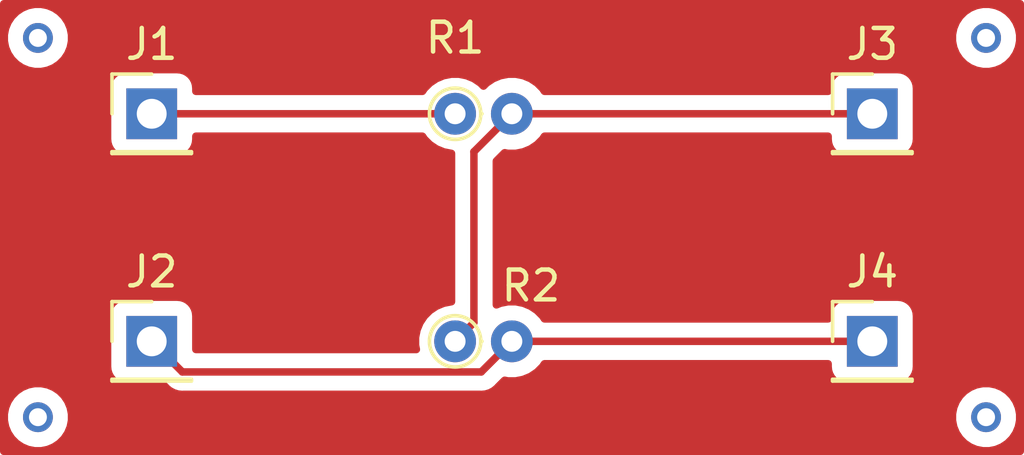
<source format=kicad_pcb>
(kicad_pcb (version 20171130) (host pcbnew 5.1.6+dfsg1-1)

  (general
    (thickness 1.6)
    (drawings 3)
    (tracks 13)
    (zones 0)
    (modules 6)
    (nets 4)
  )

  (page A4)
  (layers
    (0 F.Cu signal)
    (31 B.Cu signal)
    (32 B.Adhes user)
    (33 F.Adhes user)
    (34 B.Paste user)
    (35 F.Paste user)
    (36 B.SilkS user)
    (37 F.SilkS user)
    (38 B.Mask user)
    (39 F.Mask user)
    (40 Dwgs.User user hide)
    (41 Cmts.User user)
    (42 Eco1.User user)
    (43 Eco2.User user)
    (44 Edge.Cuts user)
    (45 Margin user)
    (46 B.CrtYd user)
    (47 F.CrtYd user)
    (48 B.Fab user)
    (49 F.Fab user)
  )

  (setup
    (last_trace_width 0.25)
    (trace_clearance 0.2)
    (zone_clearance 0.5)
    (zone_45_only no)
    (trace_min 0.2)
    (via_size 0.8)
    (via_drill 0.4)
    (via_min_size 0.4)
    (via_min_drill 0.3)
    (uvia_size 0.3)
    (uvia_drill 0.1)
    (uvias_allowed no)
    (uvia_min_size 0.2)
    (uvia_min_drill 0.1)
    (edge_width 0.05)
    (segment_width 0.2)
    (pcb_text_width 0.3)
    (pcb_text_size 1.5 1.5)
    (mod_edge_width 0.12)
    (mod_text_size 1 1)
    (mod_text_width 0.15)
    (pad_size 1.7 1.7)
    (pad_drill 1)
    (pad_to_mask_clearance 0.05)
    (aux_axis_origin 0 0)
    (visible_elements FFFFFFFF)
    (pcbplotparams
      (layerselection 0x010fc_ffffffff)
      (usegerberextensions true)
      (usegerberattributes true)
      (usegerberadvancedattributes true)
      (creategerberjobfile true)
      (excludeedgelayer true)
      (linewidth 0.100000)
      (plotframeref false)
      (viasonmask false)
      (mode 1)
      (useauxorigin false)
      (hpglpennumber 1)
      (hpglpenspeed 20)
      (hpglpendiameter 15.000000)
      (psnegative false)
      (psa4output false)
      (plotreference true)
      (plotvalue true)
      (plotinvisibletext false)
      (padsonsilk false)
      (subtractmaskfromsilk false)
      (outputformat 1)
      (mirror false)
      (drillshape 0)
      (scaleselection 1)
      (outputdirectory "/home/jack/kicad/project/lampblack-alert/gerber"))
  )

  (net 0 "")
  (net 1 "Net-(J1-Pad1)")
  (net 2 "Net-(J2-Pad1)")
  (net 3 "Net-(J3-Pad1)")

  (net_class Default "This is the default net class."
    (clearance 0.2)
    (trace_width 0.25)
    (via_dia 0.8)
    (via_drill 0.4)
    (uvia_dia 0.3)
    (uvia_drill 0.1)
    (add_net "Net-(J1-Pad1)")
    (add_net "Net-(J2-Pad1)")
    (add_net "Net-(J3-Pad1)")
  )

  (module Resistors_ThroughHole:R_Axial_DIN0204_L3.6mm_D1.6mm_P1.90mm_Vertical (layer F.Cu) (tedit 5874F706) (tstamp 611E3845)
    (at 123.19 58.42)
    (descr "Resistor, Axial_DIN0204 series, Axial, Vertical, pin pitch=1.9mm, 0.16666666666666666W = 1/6W, length*diameter=3.6*1.6mm^2, http://cdn-reichelt.de/documents/datenblatt/B400/1_4W%23YAG.pdf")
    (tags "Resistor Axial_DIN0204 series Axial Vertical pin pitch 1.9mm 0.16666666666666666W = 1/6W length 3.6mm diameter 1.6mm")
    (path /611D2D7F)
    (fp_text reference R2 (at 2.54 -1.86) (layer F.SilkS)
      (effects (font (size 1 1) (thickness 0.15)))
    )
    (fp_text value 20k (at 1.27 2.54) (layer F.Fab)
      (effects (font (size 1 1) (thickness 0.15)))
    )
    (fp_circle (center 0 0) (end 0.8 0) (layer F.Fab) (width 0.1))
    (fp_circle (center 0 0) (end 0.86 0) (layer F.SilkS) (width 0.12))
    (fp_line (start 0 0) (end 1.9 0) (layer F.Fab) (width 0.1))
    (fp_line (start 0.86 0) (end 0.9 0) (layer F.SilkS) (width 0.12))
    (fp_line (start -1.15 -1.15) (end -1.15 1.15) (layer F.CrtYd) (width 0.05))
    (fp_line (start -1.15 1.15) (end 2.95 1.15) (layer F.CrtYd) (width 0.05))
    (fp_line (start 2.95 1.15) (end 2.95 -1.15) (layer F.CrtYd) (width 0.05))
    (fp_line (start 2.95 -1.15) (end -1.15 -1.15) (layer F.CrtYd) (width 0.05))
    (pad 2 thru_hole oval (at 1.9 0) (size 1.4 1.4) (drill 0.7) (layers *.Cu *.Mask)
      (net 2 "Net-(J2-Pad1)"))
    (pad 1 thru_hole circle (at 0 0) (size 1.4 1.4) (drill 0.7) (layers *.Cu *.Mask)
      (net 3 "Net-(J3-Pad1)"))
    (model ${KISYS3DMOD}/Resistors_THT.3dshapes/R_Axial_DIN0204_L3.6mm_D1.6mm_P1.90mm_Vertical.wrl
      (at (xyz 0 0 0))
      (scale (xyz 0.393701 0.393701 0.393701))
      (rotate (xyz 0 0 0))
    )
  )

  (module Resistors_ThroughHole:R_Axial_DIN0204_L3.6mm_D1.6mm_P1.90mm_Vertical (layer F.Cu) (tedit 5874F706) (tstamp 611E3837)
    (at 123.19 50.8)
    (descr "Resistor, Axial_DIN0204 series, Axial, Vertical, pin pitch=1.9mm, 0.16666666666666666W = 1/6W, length*diameter=3.6*1.6mm^2, http://cdn-reichelt.de/documents/datenblatt/B400/1_4W%23YAG.pdf")
    (tags "Resistor Axial_DIN0204 series Axial Vertical pin pitch 1.9mm 0.16666666666666666W = 1/6W length 3.6mm diameter 1.6mm")
    (path /611D2A87)
    (fp_text reference R1 (at 0 -2.54) (layer F.SilkS)
      (effects (font (size 1 1) (thickness 0.15)))
    )
    (fp_text value 10k (at 2.54 -2.54) (layer F.Fab)
      (effects (font (size 1 1) (thickness 0.15)))
    )
    (fp_circle (center 0 0) (end 0.8 0) (layer F.Fab) (width 0.1))
    (fp_circle (center 0 0) (end 0.86 0) (layer F.SilkS) (width 0.12))
    (fp_line (start 0 0) (end 1.9 0) (layer F.Fab) (width 0.1))
    (fp_line (start 0.86 0) (end 0.9 0) (layer F.SilkS) (width 0.12))
    (fp_line (start -1.15 -1.15) (end -1.15 1.15) (layer F.CrtYd) (width 0.05))
    (fp_line (start -1.15 1.15) (end 2.95 1.15) (layer F.CrtYd) (width 0.05))
    (fp_line (start 2.95 1.15) (end 2.95 -1.15) (layer F.CrtYd) (width 0.05))
    (fp_line (start 2.95 -1.15) (end -1.15 -1.15) (layer F.CrtYd) (width 0.05))
    (pad 2 thru_hole oval (at 1.9 0) (size 1.4 1.4) (drill 0.7) (layers *.Cu *.Mask)
      (net 3 "Net-(J3-Pad1)"))
    (pad 1 thru_hole circle (at 0 0) (size 1.4 1.4) (drill 0.7) (layers *.Cu *.Mask)
      (net 1 "Net-(J1-Pad1)"))
    (model ${KISYS3DMOD}/Resistors_THT.3dshapes/R_Axial_DIN0204_L3.6mm_D1.6mm_P1.90mm_Vertical.wrl
      (at (xyz 0 0 0))
      (scale (xyz 0.393701 0.393701 0.393701))
      (rotate (xyz 0 0 0))
    )
  )

  (module Connector_PinHeader_2.54mm:PinHeader_1x01_P2.54mm_Vertical (layer F.Cu) (tedit 59FED5CC) (tstamp 611E3829)
    (at 137.16 58.42)
    (descr "Through hole straight pin header, 1x01, 2.54mm pitch, single row")
    (tags "Through hole pin header THT 1x01 2.54mm single row")
    (path /6124BCBE)
    (fp_text reference J4 (at 0 -2.33) (layer F.SilkS)
      (effects (font (size 1 1) (thickness 0.15)))
    )
    (fp_text value GND (at 0 2.33) (layer F.Fab)
      (effects (font (size 1 1) (thickness 0.15)))
    )
    (fp_line (start 1.8 -1.8) (end -1.8 -1.8) (layer F.CrtYd) (width 0.05))
    (fp_line (start 1.8 1.8) (end 1.8 -1.8) (layer F.CrtYd) (width 0.05))
    (fp_line (start -1.8 1.8) (end 1.8 1.8) (layer F.CrtYd) (width 0.05))
    (fp_line (start -1.8 -1.8) (end -1.8 1.8) (layer F.CrtYd) (width 0.05))
    (fp_line (start -1.33 -1.33) (end 0 -1.33) (layer F.SilkS) (width 0.12))
    (fp_line (start -1.33 0) (end -1.33 -1.33) (layer F.SilkS) (width 0.12))
    (fp_line (start -1.33 1.27) (end 1.33 1.27) (layer F.SilkS) (width 0.12))
    (fp_line (start 1.33 1.27) (end 1.33 1.33) (layer F.SilkS) (width 0.12))
    (fp_line (start -1.33 1.27) (end -1.33 1.33) (layer F.SilkS) (width 0.12))
    (fp_line (start -1.33 1.33) (end 1.33 1.33) (layer F.SilkS) (width 0.12))
    (fp_line (start -1.27 -0.635) (end -0.635 -1.27) (layer F.Fab) (width 0.1))
    (fp_line (start -1.27 1.27) (end -1.27 -0.635) (layer F.Fab) (width 0.1))
    (fp_line (start 1.27 1.27) (end -1.27 1.27) (layer F.Fab) (width 0.1))
    (fp_line (start 1.27 -1.27) (end 1.27 1.27) (layer F.Fab) (width 0.1))
    (fp_line (start -0.635 -1.27) (end 1.27 -1.27) (layer F.Fab) (width 0.1))
    (fp_text user %R (at 0 0 90) (layer F.Fab)
      (effects (font (size 1 1) (thickness 0.15)))
    )
    (pad 1 thru_hole rect (at 0 0) (size 1.7 1.7) (drill 1) (layers *.Cu *.Mask)
      (net 2 "Net-(J2-Pad1)"))
    (model ${KICAD6_3DMODEL_DIR}/Connector_PinHeader_2.54mm.3dshapes/PinHeader_1x01_P2.54mm_Vertical.wrl
      (at (xyz 0 0 0))
      (scale (xyz 1 1 1))
      (rotate (xyz 0 0 0))
    )
  )

  (module Connector_PinHeader_2.54mm:PinHeader_1x01_P2.54mm_Vertical (layer F.Cu) (tedit 59FED5CC) (tstamp 611E3814)
    (at 137.16 50.8)
    (descr "Through hole straight pin header, 1x01, 2.54mm pitch, single row")
    (tags "Through hole pin header THT 1x01 2.54mm single row")
    (path /61234C32)
    (fp_text reference J3 (at 0 -2.33) (layer F.SilkS)
      (effects (font (size 1 1) (thickness 0.15)))
    )
    (fp_text value 0-3VADC (at 0 2.33) (layer F.Fab)
      (effects (font (size 1 1) (thickness 0.15)))
    )
    (fp_line (start -0.635 -1.27) (end 1.27 -1.27) (layer F.Fab) (width 0.1))
    (fp_line (start 1.27 -1.27) (end 1.27 1.27) (layer F.Fab) (width 0.1))
    (fp_line (start 1.27 1.27) (end -1.27 1.27) (layer F.Fab) (width 0.1))
    (fp_line (start -1.27 1.27) (end -1.27 -0.635) (layer F.Fab) (width 0.1))
    (fp_line (start -1.27 -0.635) (end -0.635 -1.27) (layer F.Fab) (width 0.1))
    (fp_line (start -1.33 1.33) (end 1.33 1.33) (layer F.SilkS) (width 0.12))
    (fp_line (start -1.33 1.27) (end -1.33 1.33) (layer F.SilkS) (width 0.12))
    (fp_line (start 1.33 1.27) (end 1.33 1.33) (layer F.SilkS) (width 0.12))
    (fp_line (start -1.33 1.27) (end 1.33 1.27) (layer F.SilkS) (width 0.12))
    (fp_line (start -1.33 0) (end -1.33 -1.33) (layer F.SilkS) (width 0.12))
    (fp_line (start -1.33 -1.33) (end 0 -1.33) (layer F.SilkS) (width 0.12))
    (fp_line (start -1.8 -1.8) (end -1.8 1.8) (layer F.CrtYd) (width 0.05))
    (fp_line (start -1.8 1.8) (end 1.8 1.8) (layer F.CrtYd) (width 0.05))
    (fp_line (start 1.8 1.8) (end 1.8 -1.8) (layer F.CrtYd) (width 0.05))
    (fp_line (start 1.8 -1.8) (end -1.8 -1.8) (layer F.CrtYd) (width 0.05))
    (fp_text user %R (at 0 0 90) (layer F.Fab)
      (effects (font (size 1 1) (thickness 0.15)))
    )
    (pad 1 thru_hole rect (at 0 0) (size 1.7 1.7) (drill 1) (layers *.Cu *.Mask)
      (net 3 "Net-(J3-Pad1)"))
    (model ${KICAD6_3DMODEL_DIR}/Connector_PinHeader_2.54mm.3dshapes/PinHeader_1x01_P2.54mm_Vertical.wrl
      (at (xyz 0 0 0))
      (scale (xyz 1 1 1))
      (rotate (xyz 0 0 0))
    )
  )

  (module Connector_PinHeader_2.54mm:PinHeader_1x01_P2.54mm_Vertical (layer F.Cu) (tedit 59FED5CC) (tstamp 611E37FF)
    (at 113.03 58.42)
    (descr "Through hole straight pin header, 1x01, 2.54mm pitch, single row")
    (tags "Through hole pin header THT 1x01 2.54mm single row")
    (path /61217DF3)
    (fp_text reference J2 (at 0 -2.33) (layer F.SilkS)
      (effects (font (size 1 1) (thickness 0.15)))
    )
    (fp_text value GND (at 0 2.33) (layer F.Fab)
      (effects (font (size 1 1) (thickness 0.15)))
    )
    (fp_line (start -0.635 -1.27) (end 1.27 -1.27) (layer F.Fab) (width 0.1))
    (fp_line (start 1.27 -1.27) (end 1.27 1.27) (layer F.Fab) (width 0.1))
    (fp_line (start 1.27 1.27) (end -1.27 1.27) (layer F.Fab) (width 0.1))
    (fp_line (start -1.27 1.27) (end -1.27 -0.635) (layer F.Fab) (width 0.1))
    (fp_line (start -1.27 -0.635) (end -0.635 -1.27) (layer F.Fab) (width 0.1))
    (fp_line (start -1.33 1.33) (end 1.33 1.33) (layer F.SilkS) (width 0.12))
    (fp_line (start -1.33 1.27) (end -1.33 1.33) (layer F.SilkS) (width 0.12))
    (fp_line (start 1.33 1.27) (end 1.33 1.33) (layer F.SilkS) (width 0.12))
    (fp_line (start -1.33 1.27) (end 1.33 1.27) (layer F.SilkS) (width 0.12))
    (fp_line (start -1.33 0) (end -1.33 -1.33) (layer F.SilkS) (width 0.12))
    (fp_line (start -1.33 -1.33) (end 0 -1.33) (layer F.SilkS) (width 0.12))
    (fp_line (start -1.8 -1.8) (end -1.8 1.8) (layer F.CrtYd) (width 0.05))
    (fp_line (start -1.8 1.8) (end 1.8 1.8) (layer F.CrtYd) (width 0.05))
    (fp_line (start 1.8 1.8) (end 1.8 -1.8) (layer F.CrtYd) (width 0.05))
    (fp_line (start 1.8 -1.8) (end -1.8 -1.8) (layer F.CrtYd) (width 0.05))
    (fp_text user %R (at 0 0 90) (layer F.Fab)
      (effects (font (size 1 1) (thickness 0.15)))
    )
    (pad 1 thru_hole rect (at 0 0) (size 1.7 1.7) (drill 1) (layers *.Cu *.Mask)
      (net 2 "Net-(J2-Pad1)"))
    (model ${KICAD6_3DMODEL_DIR}/Connector_PinHeader_2.54mm.3dshapes/PinHeader_1x01_P2.54mm_Vertical.wrl
      (at (xyz 0 0 0))
      (scale (xyz 1 1 1))
      (rotate (xyz 0 0 0))
    )
  )

  (module Connector_PinHeader_2.54mm:PinHeader_1x01_P2.54mm_Vertical (layer F.Cu) (tedit 59FED5CC) (tstamp 611E37EA)
    (at 113.03 50.8)
    (descr "Through hole straight pin header, 1x01, 2.54mm pitch, single row")
    (tags "Through hole pin header THT 1x01 2.54mm single row")
    (path /612158B1)
    (fp_text reference J1 (at 0 -2.33) (layer F.SilkS)
      (effects (font (size 1 1) (thickness 0.15)))
    )
    (fp_text value 0-5VADC (at 0 2.33) (layer F.Fab)
      (effects (font (size 1 1) (thickness 0.15)))
    )
    (fp_line (start -0.635 -1.27) (end 1.27 -1.27) (layer F.Fab) (width 0.1))
    (fp_line (start 1.27 -1.27) (end 1.27 1.27) (layer F.Fab) (width 0.1))
    (fp_line (start 1.27 1.27) (end -1.27 1.27) (layer F.Fab) (width 0.1))
    (fp_line (start -1.27 1.27) (end -1.27 -0.635) (layer F.Fab) (width 0.1))
    (fp_line (start -1.27 -0.635) (end -0.635 -1.27) (layer F.Fab) (width 0.1))
    (fp_line (start -1.33 1.33) (end 1.33 1.33) (layer F.SilkS) (width 0.12))
    (fp_line (start -1.33 1.27) (end -1.33 1.33) (layer F.SilkS) (width 0.12))
    (fp_line (start 1.33 1.27) (end 1.33 1.33) (layer F.SilkS) (width 0.12))
    (fp_line (start -1.33 1.27) (end 1.33 1.27) (layer F.SilkS) (width 0.12))
    (fp_line (start -1.33 0) (end -1.33 -1.33) (layer F.SilkS) (width 0.12))
    (fp_line (start -1.33 -1.33) (end 0 -1.33) (layer F.SilkS) (width 0.12))
    (fp_line (start -1.8 -1.8) (end -1.8 1.8) (layer F.CrtYd) (width 0.05))
    (fp_line (start -1.8 1.8) (end 1.8 1.8) (layer F.CrtYd) (width 0.05))
    (fp_line (start 1.8 1.8) (end 1.8 -1.8) (layer F.CrtYd) (width 0.05))
    (fp_line (start 1.8 -1.8) (end -1.8 -1.8) (layer F.CrtYd) (width 0.05))
    (fp_text user %R (at 0 0 90) (layer F.Fab)
      (effects (font (size 1 1) (thickness 0.15)))
    )
    (pad 1 thru_hole rect (at 0 0) (size 1.7 1.7) (drill 1) (layers *.Cu *.Mask)
      (net 1 "Net-(J1-Pad1)"))
    (model ${KICAD6_3DMODEL_DIR}/Connector_PinHeader_2.54mm.3dshapes/PinHeader_1x01_P2.54mm_Vertical.wrl
      (at (xyz 0 0 0))
      (scale (xyz 1 1 1))
      (rotate (xyz 0 0 0))
    )
  )

  (dimension 15.24 (width 0.15) (layer Dwgs.User)
    (gr_text "15.240 mm" (at 102.84 54.61 270) (layer Dwgs.User)
      (effects (font (size 1 1) (thickness 0.15)))
    )
    (feature1 (pts (xy 107.95 62.23) (xy 103.553579 62.23)))
    (feature2 (pts (xy 107.95 46.99) (xy 103.553579 46.99)))
    (crossbar (pts (xy 104.14 46.99) (xy 104.14 62.23)))
    (arrow1a (pts (xy 104.14 62.23) (xy 103.553579 61.103496)))
    (arrow1b (pts (xy 104.14 62.23) (xy 104.726421 61.103496)))
    (arrow2a (pts (xy 104.14 46.99) (xy 103.553579 48.116504)))
    (arrow2b (pts (xy 104.14 46.99) (xy 104.726421 48.116504)))
  )
  (dimension 34.29 (width 0.15) (layer Dwgs.User)
    (gr_text "34.290 mm" (at 125.095 39.34) (layer Dwgs.User)
      (effects (font (size 1 1) (thickness 0.15)))
    )
    (feature1 (pts (xy 142.24 46.99) (xy 142.24 40.053579)))
    (feature2 (pts (xy 107.95 46.99) (xy 107.95 40.053579)))
    (crossbar (pts (xy 107.95 40.64) (xy 142.24 40.64)))
    (arrow1a (pts (xy 142.24 40.64) (xy 141.113496 41.226421)))
    (arrow1b (pts (xy 142.24 40.64) (xy 141.113496 40.053579)))
    (arrow2a (pts (xy 107.95 40.64) (xy 109.076504 41.226421)))
    (arrow2b (pts (xy 107.95 40.64) (xy 109.076504 40.053579)))
  )
  (gr_poly (pts (xy 142.24 62.23) (xy 107.95 62.23) (xy 107.95 46.99) (xy 142.24 46.99)) (layer Dwgs.User) (width 0.1))

  (via (at 140.97 48.26) (size 1) (drill 0.6) (layers F.Cu B.Cu) (net 0))
  (via (at 140.97 60.96) (size 1) (drill 0.6) (layers F.Cu B.Cu) (net 0))
  (via (at 109.22 60.96) (size 1) (drill 0.6) (layers F.Cu B.Cu) (net 0))
  (via (at 109.22 48.26) (size 1) (drill 0.6) (layers F.Cu B.Cu) (net 0))
  (segment (start 113.03 50.8) (end 123.19 50.8) (width 0.25) (layer F.Cu) (net 1))
  (segment (start 125.09 58.42) (end 137.16 58.42) (width 0.25) (layer F.Cu) (net 2))
  (segment (start 114.055001 59.445001) (end 113.03 58.42) (width 0.25) (layer F.Cu) (net 2))
  (segment (start 124.064999 59.445001) (end 114.055001 59.445001) (width 0.25) (layer F.Cu) (net 2))
  (segment (start 125.09 58.42) (end 124.064999 59.445001) (width 0.25) (layer F.Cu) (net 2))
  (segment (start 125.09 50.8) (end 137.16 50.8) (width 0.25) (layer F.Cu) (net 3))
  (segment (start 125.09 50.8) (end 123.82 52.07) (width 0.25) (layer F.Cu) (net 3))
  (segment (start 123.82 57.79) (end 123.19 58.42) (width 0.25) (layer F.Cu) (net 3))
  (segment (start 123.82 52.07) (end 123.82 57.79) (width 0.25) (layer F.Cu) (net 3))

  (zone (net 0) (net_name "") (layer F.Cu) (tstamp 611D6C20) (hatch edge 0.508)
    (connect_pads (clearance 0.5))
    (min_thickness 0.254)
    (fill yes (arc_segments 32) (thermal_gap 0.508) (thermal_bridge_width 0.508))
    (polygon
      (pts
        (xy 142.24 62.23) (xy 107.95 62.23) (xy 107.95 46.99) (xy 142.24 46.99)
      )
    )
    (filled_polygon
      (pts
        (xy 142.113 62.103) (xy 108.077 62.103) (xy 108.077 60.849) (xy 108.093 60.849) (xy 108.093 61.071)
        (xy 108.13631 61.288734) (xy 108.221266 61.493835) (xy 108.344602 61.678421) (xy 108.501579 61.835398) (xy 108.686165 61.958734)
        (xy 108.891266 62.04369) (xy 109.109 62.087) (xy 109.331 62.087) (xy 109.548734 62.04369) (xy 109.753835 61.958734)
        (xy 109.938421 61.835398) (xy 110.095398 61.678421) (xy 110.218734 61.493835) (xy 110.30369 61.288734) (xy 110.347 61.071)
        (xy 110.347 60.849) (xy 139.843 60.849) (xy 139.843 61.071) (xy 139.88631 61.288734) (xy 139.971266 61.493835)
        (xy 140.094602 61.678421) (xy 140.251579 61.835398) (xy 140.436165 61.958734) (xy 140.641266 62.04369) (xy 140.859 62.087)
        (xy 141.081 62.087) (xy 141.298734 62.04369) (xy 141.503835 61.958734) (xy 141.688421 61.835398) (xy 141.845398 61.678421)
        (xy 141.968734 61.493835) (xy 142.05369 61.288734) (xy 142.097 61.071) (xy 142.097 60.849) (xy 142.05369 60.631266)
        (xy 141.968734 60.426165) (xy 141.845398 60.241579) (xy 141.688421 60.084602) (xy 141.503835 59.961266) (xy 141.298734 59.87631)
        (xy 141.081 59.833) (xy 140.859 59.833) (xy 140.641266 59.87631) (xy 140.436165 59.961266) (xy 140.251579 60.084602)
        (xy 140.094602 60.241579) (xy 139.971266 60.426165) (xy 139.88631 60.631266) (xy 139.843 60.849) (xy 110.347 60.849)
        (xy 110.30369 60.631266) (xy 110.218734 60.426165) (xy 110.095398 60.241579) (xy 109.938421 60.084602) (xy 109.753835 59.961266)
        (xy 109.548734 59.87631) (xy 109.331 59.833) (xy 109.109 59.833) (xy 108.891266 59.87631) (xy 108.686165 59.961266)
        (xy 108.501579 60.084602) (xy 108.344602 60.241579) (xy 108.221266 60.426165) (xy 108.13631 60.631266) (xy 108.093 60.849)
        (xy 108.077 60.849) (xy 108.077 49.95) (xy 111.549967 49.95) (xy 111.549967 51.65) (xy 111.562073 51.772913)
        (xy 111.597925 51.891103) (xy 111.656147 52.000028) (xy 111.734499 52.095501) (xy 111.829972 52.173853) (xy 111.938897 52.232075)
        (xy 112.057087 52.267927) (xy 112.18 52.280033) (xy 113.88 52.280033) (xy 114.002913 52.267927) (xy 114.121103 52.232075)
        (xy 114.230028 52.173853) (xy 114.325501 52.095501) (xy 114.403853 52.000028) (xy 114.462075 51.891103) (xy 114.497927 51.772913)
        (xy 114.510033 51.65) (xy 114.510033 51.552) (xy 122.096501 51.552) (xy 122.159252 51.645913) (xy 122.344087 51.830748)
        (xy 122.56143 51.975972) (xy 122.802928 52.076004) (xy 123.059302 52.127) (xy 123.068 52.127) (xy 123.068001 57.093)
        (xy 123.059302 57.093) (xy 122.802928 57.143996) (xy 122.56143 57.244028) (xy 122.344087 57.389252) (xy 122.159252 57.574087)
        (xy 122.014028 57.79143) (xy 121.913996 58.032928) (xy 121.863 58.289302) (xy 121.863 58.550698) (xy 121.891306 58.693001)
        (xy 114.510033 58.693001) (xy 114.510033 57.57) (xy 114.497927 57.447087) (xy 114.462075 57.328897) (xy 114.403853 57.219972)
        (xy 114.325501 57.124499) (xy 114.230028 57.046147) (xy 114.121103 56.987925) (xy 114.002913 56.952073) (xy 113.88 56.939967)
        (xy 112.18 56.939967) (xy 112.057087 56.952073) (xy 111.938897 56.987925) (xy 111.829972 57.046147) (xy 111.734499 57.124499)
        (xy 111.656147 57.219972) (xy 111.597925 57.328897) (xy 111.562073 57.447087) (xy 111.549967 57.57) (xy 111.549967 59.27)
        (xy 111.562073 59.392913) (xy 111.597925 59.511103) (xy 111.656147 59.620028) (xy 111.734499 59.715501) (xy 111.829972 59.793853)
        (xy 111.938897 59.852075) (xy 112.057087 59.887927) (xy 112.18 59.900033) (xy 113.446544 59.900033) (xy 113.497138 59.950627)
        (xy 113.520684 59.979318) (xy 113.549375 60.002864) (xy 113.63519 60.073291) (xy 113.705018 60.110614) (xy 113.765831 60.143119)
        (xy 113.907583 60.18612) (xy 114.018063 60.197001) (xy 114.018065 60.197001) (xy 114.055 60.200639) (xy 114.091936 60.197001)
        (xy 124.028064 60.197001) (xy 124.064999 60.200639) (xy 124.101934 60.197001) (xy 124.101937 60.197001) (xy 124.212417 60.18612)
        (xy 124.354169 60.143119) (xy 124.484809 60.073291) (xy 124.599316 59.979318) (xy 124.622866 59.950622) (xy 124.848523 59.724965)
        (xy 124.959302 59.747) (xy 125.220698 59.747) (xy 125.477072 59.696004) (xy 125.71857 59.595972) (xy 125.935913 59.450748)
        (xy 126.120748 59.265913) (xy 126.183499 59.172) (xy 135.679967 59.172) (xy 135.679967 59.27) (xy 135.692073 59.392913)
        (xy 135.727925 59.511103) (xy 135.786147 59.620028) (xy 135.864499 59.715501) (xy 135.959972 59.793853) (xy 136.068897 59.852075)
        (xy 136.187087 59.887927) (xy 136.31 59.900033) (xy 138.01 59.900033) (xy 138.132913 59.887927) (xy 138.251103 59.852075)
        (xy 138.360028 59.793853) (xy 138.455501 59.715501) (xy 138.533853 59.620028) (xy 138.592075 59.511103) (xy 138.627927 59.392913)
        (xy 138.640033 59.27) (xy 138.640033 57.57) (xy 138.627927 57.447087) (xy 138.592075 57.328897) (xy 138.533853 57.219972)
        (xy 138.455501 57.124499) (xy 138.360028 57.046147) (xy 138.251103 56.987925) (xy 138.132913 56.952073) (xy 138.01 56.939967)
        (xy 136.31 56.939967) (xy 136.187087 56.952073) (xy 136.068897 56.987925) (xy 135.959972 57.046147) (xy 135.864499 57.124499)
        (xy 135.786147 57.219972) (xy 135.727925 57.328897) (xy 135.692073 57.447087) (xy 135.679967 57.57) (xy 135.679967 57.668)
        (xy 126.183499 57.668) (xy 126.120748 57.574087) (xy 125.935913 57.389252) (xy 125.71857 57.244028) (xy 125.477072 57.143996)
        (xy 125.220698 57.093) (xy 124.959302 57.093) (xy 124.702928 57.143996) (xy 124.572 57.198228) (xy 124.572 52.381488)
        (xy 124.848524 52.104965) (xy 124.959302 52.127) (xy 125.220698 52.127) (xy 125.477072 52.076004) (xy 125.71857 51.975972)
        (xy 125.935913 51.830748) (xy 126.120748 51.645913) (xy 126.183499 51.552) (xy 135.679967 51.552) (xy 135.679967 51.65)
        (xy 135.692073 51.772913) (xy 135.727925 51.891103) (xy 135.786147 52.000028) (xy 135.864499 52.095501) (xy 135.959972 52.173853)
        (xy 136.068897 52.232075) (xy 136.187087 52.267927) (xy 136.31 52.280033) (xy 138.01 52.280033) (xy 138.132913 52.267927)
        (xy 138.251103 52.232075) (xy 138.360028 52.173853) (xy 138.455501 52.095501) (xy 138.533853 52.000028) (xy 138.592075 51.891103)
        (xy 138.627927 51.772913) (xy 138.640033 51.65) (xy 138.640033 49.95) (xy 138.627927 49.827087) (xy 138.592075 49.708897)
        (xy 138.533853 49.599972) (xy 138.455501 49.504499) (xy 138.360028 49.426147) (xy 138.251103 49.367925) (xy 138.132913 49.332073)
        (xy 138.01 49.319967) (xy 136.31 49.319967) (xy 136.187087 49.332073) (xy 136.068897 49.367925) (xy 135.959972 49.426147)
        (xy 135.864499 49.504499) (xy 135.786147 49.599972) (xy 135.727925 49.708897) (xy 135.692073 49.827087) (xy 135.679967 49.95)
        (xy 135.679967 50.048) (xy 126.183499 50.048) (xy 126.120748 49.954087) (xy 125.935913 49.769252) (xy 125.71857 49.624028)
        (xy 125.477072 49.523996) (xy 125.220698 49.473) (xy 124.959302 49.473) (xy 124.702928 49.523996) (xy 124.46143 49.624028)
        (xy 124.244087 49.769252) (xy 124.14 49.873339) (xy 124.035913 49.769252) (xy 123.81857 49.624028) (xy 123.577072 49.523996)
        (xy 123.320698 49.473) (xy 123.059302 49.473) (xy 122.802928 49.523996) (xy 122.56143 49.624028) (xy 122.344087 49.769252)
        (xy 122.159252 49.954087) (xy 122.096501 50.048) (xy 114.510033 50.048) (xy 114.510033 49.95) (xy 114.497927 49.827087)
        (xy 114.462075 49.708897) (xy 114.403853 49.599972) (xy 114.325501 49.504499) (xy 114.230028 49.426147) (xy 114.121103 49.367925)
        (xy 114.002913 49.332073) (xy 113.88 49.319967) (xy 112.18 49.319967) (xy 112.057087 49.332073) (xy 111.938897 49.367925)
        (xy 111.829972 49.426147) (xy 111.734499 49.504499) (xy 111.656147 49.599972) (xy 111.597925 49.708897) (xy 111.562073 49.827087)
        (xy 111.549967 49.95) (xy 108.077 49.95) (xy 108.077 48.149) (xy 108.093 48.149) (xy 108.093 48.371)
        (xy 108.13631 48.588734) (xy 108.221266 48.793835) (xy 108.344602 48.978421) (xy 108.501579 49.135398) (xy 108.686165 49.258734)
        (xy 108.891266 49.34369) (xy 109.109 49.387) (xy 109.331 49.387) (xy 109.548734 49.34369) (xy 109.753835 49.258734)
        (xy 109.938421 49.135398) (xy 110.095398 48.978421) (xy 110.218734 48.793835) (xy 110.30369 48.588734) (xy 110.347 48.371)
        (xy 110.347 48.149) (xy 139.843 48.149) (xy 139.843 48.371) (xy 139.88631 48.588734) (xy 139.971266 48.793835)
        (xy 140.094602 48.978421) (xy 140.251579 49.135398) (xy 140.436165 49.258734) (xy 140.641266 49.34369) (xy 140.859 49.387)
        (xy 141.081 49.387) (xy 141.298734 49.34369) (xy 141.503835 49.258734) (xy 141.688421 49.135398) (xy 141.845398 48.978421)
        (xy 141.968734 48.793835) (xy 142.05369 48.588734) (xy 142.097 48.371) (xy 142.097 48.149) (xy 142.05369 47.931266)
        (xy 141.968734 47.726165) (xy 141.845398 47.541579) (xy 141.688421 47.384602) (xy 141.503835 47.261266) (xy 141.298734 47.17631)
        (xy 141.081 47.133) (xy 140.859 47.133) (xy 140.641266 47.17631) (xy 140.436165 47.261266) (xy 140.251579 47.384602)
        (xy 140.094602 47.541579) (xy 139.971266 47.726165) (xy 139.88631 47.931266) (xy 139.843 48.149) (xy 110.347 48.149)
        (xy 110.30369 47.931266) (xy 110.218734 47.726165) (xy 110.095398 47.541579) (xy 109.938421 47.384602) (xy 109.753835 47.261266)
        (xy 109.548734 47.17631) (xy 109.331 47.133) (xy 109.109 47.133) (xy 108.891266 47.17631) (xy 108.686165 47.261266)
        (xy 108.501579 47.384602) (xy 108.344602 47.541579) (xy 108.221266 47.726165) (xy 108.13631 47.931266) (xy 108.093 48.149)
        (xy 108.077 48.149) (xy 108.077 47.117) (xy 142.113 47.117)
      )
    )
  )
)

</source>
